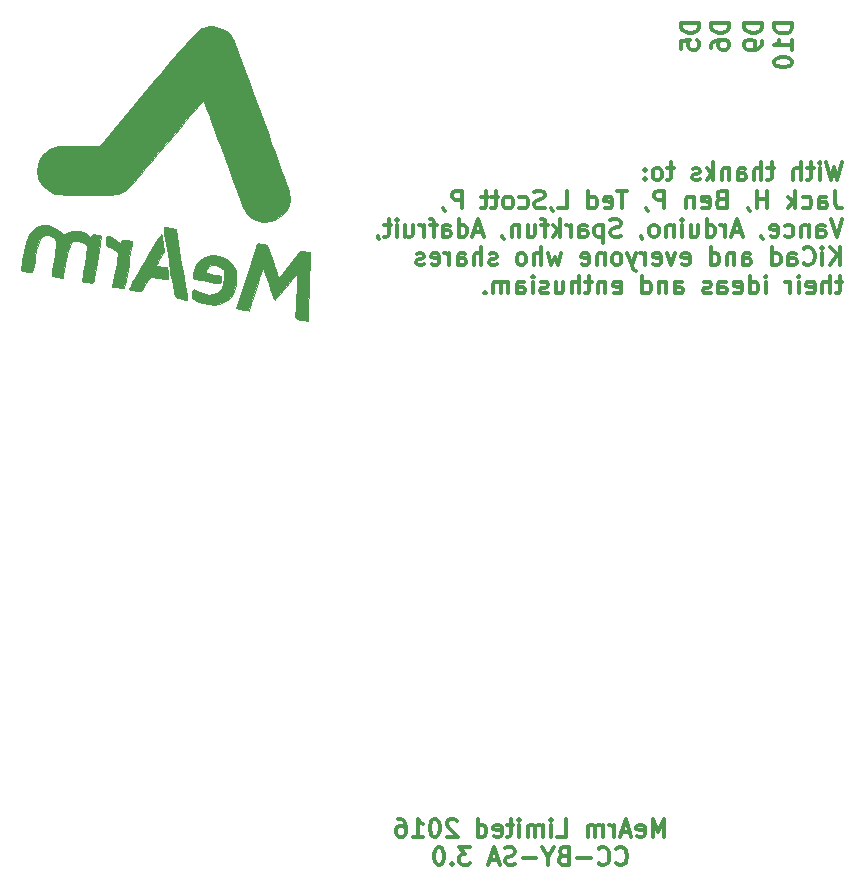
<source format=gbo>
G04 #@! TF.FileFunction,Legend,Bot*
%FSLAX46Y46*%
G04 Gerber Fmt 4.6, Leading zero omitted, Abs format (unit mm)*
G04 Created by KiCad (PCBNEW (2015-01-16 BZR 5376)-product) date 3/31/2016 11:59:57 AM*
%MOMM*%
G01*
G04 APERTURE LIST*
%ADD10C,0.100000*%
%ADD11C,0.300000*%
%ADD12C,2.000000*%
%ADD13R,2.000000X2.000000*%
%ADD14R,2.032000X1.727200*%
%ADD15O,2.032000X1.727200*%
%ADD16R,1.574800X2.286000*%
%ADD17O,1.574800X2.286000*%
%ADD18C,0.300000*%
%ADD19R,1.727200X1.727200*%
%ADD20O,1.727200X1.727200*%
%ADD21C,4.800600*%
%ADD22R,4.800600X4.800600*%
%ADD23C,3.000000*%
G04 APERTURE END LIST*
D10*
D11*
X161816427Y-151878571D02*
X161816427Y-150378571D01*
X161316427Y-151450000D01*
X160816427Y-150378571D01*
X160816427Y-151878571D01*
X159530713Y-151807143D02*
X159673570Y-151878571D01*
X159959284Y-151878571D01*
X160102141Y-151807143D01*
X160173570Y-151664286D01*
X160173570Y-151092857D01*
X160102141Y-150950000D01*
X159959284Y-150878571D01*
X159673570Y-150878571D01*
X159530713Y-150950000D01*
X159459284Y-151092857D01*
X159459284Y-151235714D01*
X160173570Y-151378571D01*
X158887856Y-151450000D02*
X158173570Y-151450000D01*
X159030713Y-151878571D02*
X158530713Y-150378571D01*
X158030713Y-151878571D01*
X157530713Y-151878571D02*
X157530713Y-150878571D01*
X157530713Y-151164286D02*
X157459285Y-151021429D01*
X157387856Y-150950000D01*
X157244999Y-150878571D01*
X157102142Y-150878571D01*
X156602142Y-151878571D02*
X156602142Y-150878571D01*
X156602142Y-151021429D02*
X156530714Y-150950000D01*
X156387856Y-150878571D01*
X156173571Y-150878571D01*
X156030714Y-150950000D01*
X155959285Y-151092857D01*
X155959285Y-151878571D01*
X155959285Y-151092857D02*
X155887856Y-150950000D01*
X155744999Y-150878571D01*
X155530714Y-150878571D01*
X155387856Y-150950000D01*
X155316428Y-151092857D01*
X155316428Y-151878571D01*
X152744999Y-151878571D02*
X153459285Y-151878571D01*
X153459285Y-150378571D01*
X152244999Y-151878571D02*
X152244999Y-150878571D01*
X152244999Y-150378571D02*
X152316428Y-150450000D01*
X152244999Y-150521429D01*
X152173571Y-150450000D01*
X152244999Y-150378571D01*
X152244999Y-150521429D01*
X151530713Y-151878571D02*
X151530713Y-150878571D01*
X151530713Y-151021429D02*
X151459285Y-150950000D01*
X151316427Y-150878571D01*
X151102142Y-150878571D01*
X150959285Y-150950000D01*
X150887856Y-151092857D01*
X150887856Y-151878571D01*
X150887856Y-151092857D02*
X150816427Y-150950000D01*
X150673570Y-150878571D01*
X150459285Y-150878571D01*
X150316427Y-150950000D01*
X150244999Y-151092857D01*
X150244999Y-151878571D01*
X149530713Y-151878571D02*
X149530713Y-150878571D01*
X149530713Y-150378571D02*
X149602142Y-150450000D01*
X149530713Y-150521429D01*
X149459285Y-150450000D01*
X149530713Y-150378571D01*
X149530713Y-150521429D01*
X149030713Y-150878571D02*
X148459284Y-150878571D01*
X148816427Y-150378571D02*
X148816427Y-151664286D01*
X148744999Y-151807143D01*
X148602141Y-151878571D01*
X148459284Y-151878571D01*
X147387856Y-151807143D02*
X147530713Y-151878571D01*
X147816427Y-151878571D01*
X147959284Y-151807143D01*
X148030713Y-151664286D01*
X148030713Y-151092857D01*
X147959284Y-150950000D01*
X147816427Y-150878571D01*
X147530713Y-150878571D01*
X147387856Y-150950000D01*
X147316427Y-151092857D01*
X147316427Y-151235714D01*
X148030713Y-151378571D01*
X146030713Y-151878571D02*
X146030713Y-150378571D01*
X146030713Y-151807143D02*
X146173570Y-151878571D01*
X146459284Y-151878571D01*
X146602142Y-151807143D01*
X146673570Y-151735714D01*
X146744999Y-151592857D01*
X146744999Y-151164286D01*
X146673570Y-151021429D01*
X146602142Y-150950000D01*
X146459284Y-150878571D01*
X146173570Y-150878571D01*
X146030713Y-150950000D01*
X144244999Y-150521429D02*
X144173570Y-150450000D01*
X144030713Y-150378571D01*
X143673570Y-150378571D01*
X143530713Y-150450000D01*
X143459284Y-150521429D01*
X143387856Y-150664286D01*
X143387856Y-150807143D01*
X143459284Y-151021429D01*
X144316427Y-151878571D01*
X143387856Y-151878571D01*
X142459285Y-150378571D02*
X142316428Y-150378571D01*
X142173571Y-150450000D01*
X142102142Y-150521429D01*
X142030713Y-150664286D01*
X141959285Y-150950000D01*
X141959285Y-151307143D01*
X142030713Y-151592857D01*
X142102142Y-151735714D01*
X142173571Y-151807143D01*
X142316428Y-151878571D01*
X142459285Y-151878571D01*
X142602142Y-151807143D01*
X142673571Y-151735714D01*
X142744999Y-151592857D01*
X142816428Y-151307143D01*
X142816428Y-150950000D01*
X142744999Y-150664286D01*
X142673571Y-150521429D01*
X142602142Y-150450000D01*
X142459285Y-150378571D01*
X140530714Y-151878571D02*
X141387857Y-151878571D01*
X140959285Y-151878571D02*
X140959285Y-150378571D01*
X141102142Y-150592857D01*
X141245000Y-150735714D01*
X141387857Y-150807143D01*
X139245000Y-150378571D02*
X139530714Y-150378571D01*
X139673571Y-150450000D01*
X139745000Y-150521429D01*
X139887857Y-150735714D01*
X139959286Y-151021429D01*
X139959286Y-151592857D01*
X139887857Y-151735714D01*
X139816429Y-151807143D01*
X139673571Y-151878571D01*
X139387857Y-151878571D01*
X139245000Y-151807143D01*
X139173571Y-151735714D01*
X139102143Y-151592857D01*
X139102143Y-151235714D01*
X139173571Y-151092857D01*
X139245000Y-151021429D01*
X139387857Y-150950000D01*
X139673571Y-150950000D01*
X139816429Y-151021429D01*
X139887857Y-151092857D01*
X139959286Y-151235714D01*
X157744999Y-154135714D02*
X157816428Y-154207143D01*
X158030714Y-154278571D01*
X158173571Y-154278571D01*
X158387856Y-154207143D01*
X158530714Y-154064286D01*
X158602142Y-153921429D01*
X158673571Y-153635714D01*
X158673571Y-153421429D01*
X158602142Y-153135714D01*
X158530714Y-152992857D01*
X158387856Y-152850000D01*
X158173571Y-152778571D01*
X158030714Y-152778571D01*
X157816428Y-152850000D01*
X157744999Y-152921429D01*
X156244999Y-154135714D02*
X156316428Y-154207143D01*
X156530714Y-154278571D01*
X156673571Y-154278571D01*
X156887856Y-154207143D01*
X157030714Y-154064286D01*
X157102142Y-153921429D01*
X157173571Y-153635714D01*
X157173571Y-153421429D01*
X157102142Y-153135714D01*
X157030714Y-152992857D01*
X156887856Y-152850000D01*
X156673571Y-152778571D01*
X156530714Y-152778571D01*
X156316428Y-152850000D01*
X156244999Y-152921429D01*
X155602142Y-153707143D02*
X154459285Y-153707143D01*
X153244999Y-153492857D02*
X153030713Y-153564286D01*
X152959285Y-153635714D01*
X152887856Y-153778571D01*
X152887856Y-153992857D01*
X152959285Y-154135714D01*
X153030713Y-154207143D01*
X153173571Y-154278571D01*
X153744999Y-154278571D01*
X153744999Y-152778571D01*
X153244999Y-152778571D01*
X153102142Y-152850000D01*
X153030713Y-152921429D01*
X152959285Y-153064286D01*
X152959285Y-153207143D01*
X153030713Y-153350000D01*
X153102142Y-153421429D01*
X153244999Y-153492857D01*
X153744999Y-153492857D01*
X151959285Y-153564286D02*
X151959285Y-154278571D01*
X152459285Y-152778571D02*
X151959285Y-153564286D01*
X151459285Y-152778571D01*
X150959285Y-153707143D02*
X149816428Y-153707143D01*
X149173571Y-154207143D02*
X148959285Y-154278571D01*
X148602142Y-154278571D01*
X148459285Y-154207143D01*
X148387856Y-154135714D01*
X148316428Y-153992857D01*
X148316428Y-153850000D01*
X148387856Y-153707143D01*
X148459285Y-153635714D01*
X148602142Y-153564286D01*
X148887856Y-153492857D01*
X149030714Y-153421429D01*
X149102142Y-153350000D01*
X149173571Y-153207143D01*
X149173571Y-153064286D01*
X149102142Y-152921429D01*
X149030714Y-152850000D01*
X148887856Y-152778571D01*
X148530714Y-152778571D01*
X148316428Y-152850000D01*
X147745000Y-153850000D02*
X147030714Y-153850000D01*
X147887857Y-154278571D02*
X147387857Y-152778571D01*
X146887857Y-154278571D01*
X145387857Y-152778571D02*
X144459286Y-152778571D01*
X144959286Y-153350000D01*
X144745000Y-153350000D01*
X144602143Y-153421429D01*
X144530714Y-153492857D01*
X144459286Y-153635714D01*
X144459286Y-153992857D01*
X144530714Y-154135714D01*
X144602143Y-154207143D01*
X144745000Y-154278571D01*
X145173572Y-154278571D01*
X145316429Y-154207143D01*
X145387857Y-154135714D01*
X143816429Y-154135714D02*
X143745001Y-154207143D01*
X143816429Y-154278571D01*
X143887858Y-154207143D01*
X143816429Y-154135714D01*
X143816429Y-154278571D01*
X142816429Y-152778571D02*
X142673572Y-152778571D01*
X142530715Y-152850000D01*
X142459286Y-152921429D01*
X142387857Y-153064286D01*
X142316429Y-153350000D01*
X142316429Y-153707143D01*
X142387857Y-153992857D01*
X142459286Y-154135714D01*
X142530715Y-154207143D01*
X142673572Y-154278571D01*
X142816429Y-154278571D01*
X142959286Y-154207143D01*
X143030715Y-154135714D01*
X143102143Y-153992857D01*
X143173572Y-153707143D01*
X143173572Y-153350000D01*
X143102143Y-153064286D01*
X143030715Y-152921429D01*
X142959286Y-152850000D01*
X142816429Y-152778571D01*
X176823714Y-94778571D02*
X176466571Y-96278571D01*
X176180857Y-95207143D01*
X175895143Y-96278571D01*
X175538000Y-94778571D01*
X174966571Y-96278571D02*
X174966571Y-95278571D01*
X174966571Y-94778571D02*
X175038000Y-94850000D01*
X174966571Y-94921429D01*
X174895143Y-94850000D01*
X174966571Y-94778571D01*
X174966571Y-94921429D01*
X174466571Y-95278571D02*
X173895142Y-95278571D01*
X174252285Y-94778571D02*
X174252285Y-96064286D01*
X174180857Y-96207143D01*
X174037999Y-96278571D01*
X173895142Y-96278571D01*
X173395142Y-96278571D02*
X173395142Y-94778571D01*
X172752285Y-96278571D02*
X172752285Y-95492857D01*
X172823714Y-95350000D01*
X172966571Y-95278571D01*
X173180856Y-95278571D01*
X173323714Y-95350000D01*
X173395142Y-95421429D01*
X171109428Y-95278571D02*
X170537999Y-95278571D01*
X170895142Y-94778571D02*
X170895142Y-96064286D01*
X170823714Y-96207143D01*
X170680856Y-96278571D01*
X170537999Y-96278571D01*
X170037999Y-96278571D02*
X170037999Y-94778571D01*
X169395142Y-96278571D02*
X169395142Y-95492857D01*
X169466571Y-95350000D01*
X169609428Y-95278571D01*
X169823713Y-95278571D01*
X169966571Y-95350000D01*
X170037999Y-95421429D01*
X168037999Y-96278571D02*
X168037999Y-95492857D01*
X168109428Y-95350000D01*
X168252285Y-95278571D01*
X168537999Y-95278571D01*
X168680856Y-95350000D01*
X168037999Y-96207143D02*
X168180856Y-96278571D01*
X168537999Y-96278571D01*
X168680856Y-96207143D01*
X168752285Y-96064286D01*
X168752285Y-95921429D01*
X168680856Y-95778571D01*
X168537999Y-95707143D01*
X168180856Y-95707143D01*
X168037999Y-95635714D01*
X167323713Y-95278571D02*
X167323713Y-96278571D01*
X167323713Y-95421429D02*
X167252285Y-95350000D01*
X167109427Y-95278571D01*
X166895142Y-95278571D01*
X166752285Y-95350000D01*
X166680856Y-95492857D01*
X166680856Y-96278571D01*
X165966570Y-96278571D02*
X165966570Y-94778571D01*
X165823713Y-95707143D02*
X165395142Y-96278571D01*
X165395142Y-95278571D02*
X165966570Y-95850000D01*
X164823713Y-96207143D02*
X164680856Y-96278571D01*
X164395141Y-96278571D01*
X164252284Y-96207143D01*
X164180856Y-96064286D01*
X164180856Y-95992857D01*
X164252284Y-95850000D01*
X164395141Y-95778571D01*
X164609427Y-95778571D01*
X164752284Y-95707143D01*
X164823713Y-95564286D01*
X164823713Y-95492857D01*
X164752284Y-95350000D01*
X164609427Y-95278571D01*
X164395141Y-95278571D01*
X164252284Y-95350000D01*
X162609427Y-95278571D02*
X162037998Y-95278571D01*
X162395141Y-94778571D02*
X162395141Y-96064286D01*
X162323713Y-96207143D01*
X162180855Y-96278571D01*
X162037998Y-96278571D01*
X161323712Y-96278571D02*
X161466570Y-96207143D01*
X161537998Y-96135714D01*
X161609427Y-95992857D01*
X161609427Y-95564286D01*
X161537998Y-95421429D01*
X161466570Y-95350000D01*
X161323712Y-95278571D01*
X161109427Y-95278571D01*
X160966570Y-95350000D01*
X160895141Y-95421429D01*
X160823712Y-95564286D01*
X160823712Y-95992857D01*
X160895141Y-96135714D01*
X160966570Y-96207143D01*
X161109427Y-96278571D01*
X161323712Y-96278571D01*
X160180855Y-96135714D02*
X160109427Y-96207143D01*
X160180855Y-96278571D01*
X160252284Y-96207143D01*
X160180855Y-96135714D01*
X160180855Y-96278571D01*
X160180855Y-95350000D02*
X160109427Y-95421429D01*
X160180855Y-95492857D01*
X160252284Y-95421429D01*
X160180855Y-95350000D01*
X160180855Y-95492857D01*
X176252286Y-97178571D02*
X176252286Y-98250000D01*
X176323714Y-98464286D01*
X176466571Y-98607143D01*
X176680857Y-98678571D01*
X176823714Y-98678571D01*
X174895143Y-98678571D02*
X174895143Y-97892857D01*
X174966572Y-97750000D01*
X175109429Y-97678571D01*
X175395143Y-97678571D01*
X175538000Y-97750000D01*
X174895143Y-98607143D02*
X175038000Y-98678571D01*
X175395143Y-98678571D01*
X175538000Y-98607143D01*
X175609429Y-98464286D01*
X175609429Y-98321429D01*
X175538000Y-98178571D01*
X175395143Y-98107143D01*
X175038000Y-98107143D01*
X174895143Y-98035714D01*
X173538000Y-98607143D02*
X173680857Y-98678571D01*
X173966571Y-98678571D01*
X174109429Y-98607143D01*
X174180857Y-98535714D01*
X174252286Y-98392857D01*
X174252286Y-97964286D01*
X174180857Y-97821429D01*
X174109429Y-97750000D01*
X173966571Y-97678571D01*
X173680857Y-97678571D01*
X173538000Y-97750000D01*
X172895143Y-98678571D02*
X172895143Y-97178571D01*
X172752286Y-98107143D02*
X172323715Y-98678571D01*
X172323715Y-97678571D02*
X172895143Y-98250000D01*
X170538000Y-98678571D02*
X170538000Y-97178571D01*
X170538000Y-97892857D02*
X169680857Y-97892857D01*
X169680857Y-98678571D02*
X169680857Y-97178571D01*
X168895143Y-98607143D02*
X168895143Y-98678571D01*
X168966571Y-98821429D01*
X169038000Y-98892857D01*
X166609428Y-97892857D02*
X166395142Y-97964286D01*
X166323714Y-98035714D01*
X166252285Y-98178571D01*
X166252285Y-98392857D01*
X166323714Y-98535714D01*
X166395142Y-98607143D01*
X166538000Y-98678571D01*
X167109428Y-98678571D01*
X167109428Y-97178571D01*
X166609428Y-97178571D01*
X166466571Y-97250000D01*
X166395142Y-97321429D01*
X166323714Y-97464286D01*
X166323714Y-97607143D01*
X166395142Y-97750000D01*
X166466571Y-97821429D01*
X166609428Y-97892857D01*
X167109428Y-97892857D01*
X165038000Y-98607143D02*
X165180857Y-98678571D01*
X165466571Y-98678571D01*
X165609428Y-98607143D01*
X165680857Y-98464286D01*
X165680857Y-97892857D01*
X165609428Y-97750000D01*
X165466571Y-97678571D01*
X165180857Y-97678571D01*
X165038000Y-97750000D01*
X164966571Y-97892857D01*
X164966571Y-98035714D01*
X165680857Y-98178571D01*
X164323714Y-97678571D02*
X164323714Y-98678571D01*
X164323714Y-97821429D02*
X164252286Y-97750000D01*
X164109428Y-97678571D01*
X163895143Y-97678571D01*
X163752286Y-97750000D01*
X163680857Y-97892857D01*
X163680857Y-98678571D01*
X161823714Y-98678571D02*
X161823714Y-97178571D01*
X161252286Y-97178571D01*
X161109428Y-97250000D01*
X161038000Y-97321429D01*
X160966571Y-97464286D01*
X160966571Y-97678571D01*
X161038000Y-97821429D01*
X161109428Y-97892857D01*
X161252286Y-97964286D01*
X161823714Y-97964286D01*
X160252286Y-98607143D02*
X160252286Y-98678571D01*
X160323714Y-98821429D01*
X160395143Y-98892857D01*
X158680857Y-97178571D02*
X157823714Y-97178571D01*
X158252285Y-98678571D02*
X158252285Y-97178571D01*
X156752286Y-98607143D02*
X156895143Y-98678571D01*
X157180857Y-98678571D01*
X157323714Y-98607143D01*
X157395143Y-98464286D01*
X157395143Y-97892857D01*
X157323714Y-97750000D01*
X157180857Y-97678571D01*
X156895143Y-97678571D01*
X156752286Y-97750000D01*
X156680857Y-97892857D01*
X156680857Y-98035714D01*
X157395143Y-98178571D01*
X155395143Y-98678571D02*
X155395143Y-97178571D01*
X155395143Y-98607143D02*
X155538000Y-98678571D01*
X155823714Y-98678571D01*
X155966572Y-98607143D01*
X156038000Y-98535714D01*
X156109429Y-98392857D01*
X156109429Y-97964286D01*
X156038000Y-97821429D01*
X155966572Y-97750000D01*
X155823714Y-97678571D01*
X155538000Y-97678571D01*
X155395143Y-97750000D01*
X152823714Y-98678571D02*
X153538000Y-98678571D01*
X153538000Y-97178571D01*
X152252286Y-98607143D02*
X152252286Y-98678571D01*
X152323714Y-98821429D01*
X152395143Y-98892857D01*
X151680857Y-98607143D02*
X151466571Y-98678571D01*
X151109428Y-98678571D01*
X150966571Y-98607143D01*
X150895142Y-98535714D01*
X150823714Y-98392857D01*
X150823714Y-98250000D01*
X150895142Y-98107143D01*
X150966571Y-98035714D01*
X151109428Y-97964286D01*
X151395142Y-97892857D01*
X151538000Y-97821429D01*
X151609428Y-97750000D01*
X151680857Y-97607143D01*
X151680857Y-97464286D01*
X151609428Y-97321429D01*
X151538000Y-97250000D01*
X151395142Y-97178571D01*
X151038000Y-97178571D01*
X150823714Y-97250000D01*
X149538000Y-98607143D02*
X149680857Y-98678571D01*
X149966571Y-98678571D01*
X150109429Y-98607143D01*
X150180857Y-98535714D01*
X150252286Y-98392857D01*
X150252286Y-97964286D01*
X150180857Y-97821429D01*
X150109429Y-97750000D01*
X149966571Y-97678571D01*
X149680857Y-97678571D01*
X149538000Y-97750000D01*
X148680857Y-98678571D02*
X148823715Y-98607143D01*
X148895143Y-98535714D01*
X148966572Y-98392857D01*
X148966572Y-97964286D01*
X148895143Y-97821429D01*
X148823715Y-97750000D01*
X148680857Y-97678571D01*
X148466572Y-97678571D01*
X148323715Y-97750000D01*
X148252286Y-97821429D01*
X148180857Y-97964286D01*
X148180857Y-98392857D01*
X148252286Y-98535714D01*
X148323715Y-98607143D01*
X148466572Y-98678571D01*
X148680857Y-98678571D01*
X147752286Y-97678571D02*
X147180857Y-97678571D01*
X147538000Y-97178571D02*
X147538000Y-98464286D01*
X147466572Y-98607143D01*
X147323714Y-98678571D01*
X147180857Y-98678571D01*
X146895143Y-97678571D02*
X146323714Y-97678571D01*
X146680857Y-97178571D02*
X146680857Y-98464286D01*
X146609429Y-98607143D01*
X146466571Y-98678571D01*
X146323714Y-98678571D01*
X144680857Y-98678571D02*
X144680857Y-97178571D01*
X144109429Y-97178571D01*
X143966571Y-97250000D01*
X143895143Y-97321429D01*
X143823714Y-97464286D01*
X143823714Y-97678571D01*
X143895143Y-97821429D01*
X143966571Y-97892857D01*
X144109429Y-97964286D01*
X144680857Y-97964286D01*
X143109429Y-98607143D02*
X143109429Y-98678571D01*
X143180857Y-98821429D01*
X143252286Y-98892857D01*
X176895143Y-99578571D02*
X176395143Y-101078571D01*
X175895143Y-99578571D01*
X174752286Y-101078571D02*
X174752286Y-100292857D01*
X174823715Y-100150000D01*
X174966572Y-100078571D01*
X175252286Y-100078571D01*
X175395143Y-100150000D01*
X174752286Y-101007143D02*
X174895143Y-101078571D01*
X175252286Y-101078571D01*
X175395143Y-101007143D01*
X175466572Y-100864286D01*
X175466572Y-100721429D01*
X175395143Y-100578571D01*
X175252286Y-100507143D01*
X174895143Y-100507143D01*
X174752286Y-100435714D01*
X174038000Y-100078571D02*
X174038000Y-101078571D01*
X174038000Y-100221429D02*
X173966572Y-100150000D01*
X173823714Y-100078571D01*
X173609429Y-100078571D01*
X173466572Y-100150000D01*
X173395143Y-100292857D01*
X173395143Y-101078571D01*
X172038000Y-101007143D02*
X172180857Y-101078571D01*
X172466571Y-101078571D01*
X172609429Y-101007143D01*
X172680857Y-100935714D01*
X172752286Y-100792857D01*
X172752286Y-100364286D01*
X172680857Y-100221429D01*
X172609429Y-100150000D01*
X172466571Y-100078571D01*
X172180857Y-100078571D01*
X172038000Y-100150000D01*
X170823715Y-101007143D02*
X170966572Y-101078571D01*
X171252286Y-101078571D01*
X171395143Y-101007143D01*
X171466572Y-100864286D01*
X171466572Y-100292857D01*
X171395143Y-100150000D01*
X171252286Y-100078571D01*
X170966572Y-100078571D01*
X170823715Y-100150000D01*
X170752286Y-100292857D01*
X170752286Y-100435714D01*
X171466572Y-100578571D01*
X170038001Y-101007143D02*
X170038001Y-101078571D01*
X170109429Y-101221429D01*
X170180858Y-101292857D01*
X168323715Y-100650000D02*
X167609429Y-100650000D01*
X168466572Y-101078571D02*
X167966572Y-99578571D01*
X167466572Y-101078571D01*
X166966572Y-101078571D02*
X166966572Y-100078571D01*
X166966572Y-100364286D02*
X166895144Y-100221429D01*
X166823715Y-100150000D01*
X166680858Y-100078571D01*
X166538001Y-100078571D01*
X165395144Y-101078571D02*
X165395144Y-99578571D01*
X165395144Y-101007143D02*
X165538001Y-101078571D01*
X165823715Y-101078571D01*
X165966573Y-101007143D01*
X166038001Y-100935714D01*
X166109430Y-100792857D01*
X166109430Y-100364286D01*
X166038001Y-100221429D01*
X165966573Y-100150000D01*
X165823715Y-100078571D01*
X165538001Y-100078571D01*
X165395144Y-100150000D01*
X164038001Y-100078571D02*
X164038001Y-101078571D01*
X164680858Y-100078571D02*
X164680858Y-100864286D01*
X164609430Y-101007143D01*
X164466572Y-101078571D01*
X164252287Y-101078571D01*
X164109430Y-101007143D01*
X164038001Y-100935714D01*
X163323715Y-101078571D02*
X163323715Y-100078571D01*
X163323715Y-99578571D02*
X163395144Y-99650000D01*
X163323715Y-99721429D01*
X163252287Y-99650000D01*
X163323715Y-99578571D01*
X163323715Y-99721429D01*
X162609429Y-100078571D02*
X162609429Y-101078571D01*
X162609429Y-100221429D02*
X162538001Y-100150000D01*
X162395143Y-100078571D01*
X162180858Y-100078571D01*
X162038001Y-100150000D01*
X161966572Y-100292857D01*
X161966572Y-101078571D01*
X161038000Y-101078571D02*
X161180858Y-101007143D01*
X161252286Y-100935714D01*
X161323715Y-100792857D01*
X161323715Y-100364286D01*
X161252286Y-100221429D01*
X161180858Y-100150000D01*
X161038000Y-100078571D01*
X160823715Y-100078571D01*
X160680858Y-100150000D01*
X160609429Y-100221429D01*
X160538000Y-100364286D01*
X160538000Y-100792857D01*
X160609429Y-100935714D01*
X160680858Y-101007143D01*
X160823715Y-101078571D01*
X161038000Y-101078571D01*
X159823715Y-101007143D02*
X159823715Y-101078571D01*
X159895143Y-101221429D01*
X159966572Y-101292857D01*
X158109429Y-101007143D02*
X157895143Y-101078571D01*
X157538000Y-101078571D01*
X157395143Y-101007143D01*
X157323714Y-100935714D01*
X157252286Y-100792857D01*
X157252286Y-100650000D01*
X157323714Y-100507143D01*
X157395143Y-100435714D01*
X157538000Y-100364286D01*
X157823714Y-100292857D01*
X157966572Y-100221429D01*
X158038000Y-100150000D01*
X158109429Y-100007143D01*
X158109429Y-99864286D01*
X158038000Y-99721429D01*
X157966572Y-99650000D01*
X157823714Y-99578571D01*
X157466572Y-99578571D01*
X157252286Y-99650000D01*
X156609429Y-100078571D02*
X156609429Y-101578571D01*
X156609429Y-100150000D02*
X156466572Y-100078571D01*
X156180858Y-100078571D01*
X156038001Y-100150000D01*
X155966572Y-100221429D01*
X155895143Y-100364286D01*
X155895143Y-100792857D01*
X155966572Y-100935714D01*
X156038001Y-101007143D01*
X156180858Y-101078571D01*
X156466572Y-101078571D01*
X156609429Y-101007143D01*
X154609429Y-101078571D02*
X154609429Y-100292857D01*
X154680858Y-100150000D01*
X154823715Y-100078571D01*
X155109429Y-100078571D01*
X155252286Y-100150000D01*
X154609429Y-101007143D02*
X154752286Y-101078571D01*
X155109429Y-101078571D01*
X155252286Y-101007143D01*
X155323715Y-100864286D01*
X155323715Y-100721429D01*
X155252286Y-100578571D01*
X155109429Y-100507143D01*
X154752286Y-100507143D01*
X154609429Y-100435714D01*
X153895143Y-101078571D02*
X153895143Y-100078571D01*
X153895143Y-100364286D02*
X153823715Y-100221429D01*
X153752286Y-100150000D01*
X153609429Y-100078571D01*
X153466572Y-100078571D01*
X152966572Y-101078571D02*
X152966572Y-99578571D01*
X152823715Y-100507143D02*
X152395144Y-101078571D01*
X152395144Y-100078571D02*
X152966572Y-100650000D01*
X151966572Y-100078571D02*
X151395143Y-100078571D01*
X151752286Y-101078571D02*
X151752286Y-99792857D01*
X151680858Y-99650000D01*
X151538000Y-99578571D01*
X151395143Y-99578571D01*
X150252286Y-100078571D02*
X150252286Y-101078571D01*
X150895143Y-100078571D02*
X150895143Y-100864286D01*
X150823715Y-101007143D01*
X150680857Y-101078571D01*
X150466572Y-101078571D01*
X150323715Y-101007143D01*
X150252286Y-100935714D01*
X149538000Y-100078571D02*
X149538000Y-101078571D01*
X149538000Y-100221429D02*
X149466572Y-100150000D01*
X149323714Y-100078571D01*
X149109429Y-100078571D01*
X148966572Y-100150000D01*
X148895143Y-100292857D01*
X148895143Y-101078571D01*
X148109429Y-101007143D02*
X148109429Y-101078571D01*
X148180857Y-101221429D01*
X148252286Y-101292857D01*
X146395143Y-100650000D02*
X145680857Y-100650000D01*
X146538000Y-101078571D02*
X146038000Y-99578571D01*
X145538000Y-101078571D01*
X144395143Y-101078571D02*
X144395143Y-99578571D01*
X144395143Y-101007143D02*
X144538000Y-101078571D01*
X144823714Y-101078571D01*
X144966572Y-101007143D01*
X145038000Y-100935714D01*
X145109429Y-100792857D01*
X145109429Y-100364286D01*
X145038000Y-100221429D01*
X144966572Y-100150000D01*
X144823714Y-100078571D01*
X144538000Y-100078571D01*
X144395143Y-100150000D01*
X143038000Y-101078571D02*
X143038000Y-100292857D01*
X143109429Y-100150000D01*
X143252286Y-100078571D01*
X143538000Y-100078571D01*
X143680857Y-100150000D01*
X143038000Y-101007143D02*
X143180857Y-101078571D01*
X143538000Y-101078571D01*
X143680857Y-101007143D01*
X143752286Y-100864286D01*
X143752286Y-100721429D01*
X143680857Y-100578571D01*
X143538000Y-100507143D01*
X143180857Y-100507143D01*
X143038000Y-100435714D01*
X142538000Y-100078571D02*
X141966571Y-100078571D01*
X142323714Y-101078571D02*
X142323714Y-99792857D01*
X142252286Y-99650000D01*
X142109428Y-99578571D01*
X141966571Y-99578571D01*
X141466571Y-101078571D02*
X141466571Y-100078571D01*
X141466571Y-100364286D02*
X141395143Y-100221429D01*
X141323714Y-100150000D01*
X141180857Y-100078571D01*
X141038000Y-100078571D01*
X139895143Y-100078571D02*
X139895143Y-101078571D01*
X140538000Y-100078571D02*
X140538000Y-100864286D01*
X140466572Y-101007143D01*
X140323714Y-101078571D01*
X140109429Y-101078571D01*
X139966572Y-101007143D01*
X139895143Y-100935714D01*
X139180857Y-101078571D02*
X139180857Y-100078571D01*
X139180857Y-99578571D02*
X139252286Y-99650000D01*
X139180857Y-99721429D01*
X139109429Y-99650000D01*
X139180857Y-99578571D01*
X139180857Y-99721429D01*
X138680857Y-100078571D02*
X138109428Y-100078571D01*
X138466571Y-99578571D02*
X138466571Y-100864286D01*
X138395143Y-101007143D01*
X138252285Y-101078571D01*
X138109428Y-101078571D01*
X137538000Y-101007143D02*
X137538000Y-101078571D01*
X137609428Y-101221429D01*
X137680857Y-101292857D01*
X176680857Y-103478571D02*
X176680857Y-101978571D01*
X175823714Y-103478571D02*
X176466571Y-102621429D01*
X175823714Y-101978571D02*
X176680857Y-102835714D01*
X175180857Y-103478571D02*
X175180857Y-102478571D01*
X175180857Y-101978571D02*
X175252286Y-102050000D01*
X175180857Y-102121429D01*
X175109429Y-102050000D01*
X175180857Y-101978571D01*
X175180857Y-102121429D01*
X173609428Y-103335714D02*
X173680857Y-103407143D01*
X173895143Y-103478571D01*
X174038000Y-103478571D01*
X174252285Y-103407143D01*
X174395143Y-103264286D01*
X174466571Y-103121429D01*
X174538000Y-102835714D01*
X174538000Y-102621429D01*
X174466571Y-102335714D01*
X174395143Y-102192857D01*
X174252285Y-102050000D01*
X174038000Y-101978571D01*
X173895143Y-101978571D01*
X173680857Y-102050000D01*
X173609428Y-102121429D01*
X172323714Y-103478571D02*
X172323714Y-102692857D01*
X172395143Y-102550000D01*
X172538000Y-102478571D01*
X172823714Y-102478571D01*
X172966571Y-102550000D01*
X172323714Y-103407143D02*
X172466571Y-103478571D01*
X172823714Y-103478571D01*
X172966571Y-103407143D01*
X173038000Y-103264286D01*
X173038000Y-103121429D01*
X172966571Y-102978571D01*
X172823714Y-102907143D01*
X172466571Y-102907143D01*
X172323714Y-102835714D01*
X170966571Y-103478571D02*
X170966571Y-101978571D01*
X170966571Y-103407143D02*
X171109428Y-103478571D01*
X171395142Y-103478571D01*
X171538000Y-103407143D01*
X171609428Y-103335714D01*
X171680857Y-103192857D01*
X171680857Y-102764286D01*
X171609428Y-102621429D01*
X171538000Y-102550000D01*
X171395142Y-102478571D01*
X171109428Y-102478571D01*
X170966571Y-102550000D01*
X168466571Y-103478571D02*
X168466571Y-102692857D01*
X168538000Y-102550000D01*
X168680857Y-102478571D01*
X168966571Y-102478571D01*
X169109428Y-102550000D01*
X168466571Y-103407143D02*
X168609428Y-103478571D01*
X168966571Y-103478571D01*
X169109428Y-103407143D01*
X169180857Y-103264286D01*
X169180857Y-103121429D01*
X169109428Y-102978571D01*
X168966571Y-102907143D01*
X168609428Y-102907143D01*
X168466571Y-102835714D01*
X167752285Y-102478571D02*
X167752285Y-103478571D01*
X167752285Y-102621429D02*
X167680857Y-102550000D01*
X167537999Y-102478571D01*
X167323714Y-102478571D01*
X167180857Y-102550000D01*
X167109428Y-102692857D01*
X167109428Y-103478571D01*
X165752285Y-103478571D02*
X165752285Y-101978571D01*
X165752285Y-103407143D02*
X165895142Y-103478571D01*
X166180856Y-103478571D01*
X166323714Y-103407143D01*
X166395142Y-103335714D01*
X166466571Y-103192857D01*
X166466571Y-102764286D01*
X166395142Y-102621429D01*
X166323714Y-102550000D01*
X166180856Y-102478571D01*
X165895142Y-102478571D01*
X165752285Y-102550000D01*
X163323714Y-103407143D02*
X163466571Y-103478571D01*
X163752285Y-103478571D01*
X163895142Y-103407143D01*
X163966571Y-103264286D01*
X163966571Y-102692857D01*
X163895142Y-102550000D01*
X163752285Y-102478571D01*
X163466571Y-102478571D01*
X163323714Y-102550000D01*
X163252285Y-102692857D01*
X163252285Y-102835714D01*
X163966571Y-102978571D01*
X162752285Y-102478571D02*
X162395142Y-103478571D01*
X162038000Y-102478571D01*
X160895143Y-103407143D02*
X161038000Y-103478571D01*
X161323714Y-103478571D01*
X161466571Y-103407143D01*
X161538000Y-103264286D01*
X161538000Y-102692857D01*
X161466571Y-102550000D01*
X161323714Y-102478571D01*
X161038000Y-102478571D01*
X160895143Y-102550000D01*
X160823714Y-102692857D01*
X160823714Y-102835714D01*
X161538000Y-102978571D01*
X160180857Y-103478571D02*
X160180857Y-102478571D01*
X160180857Y-102764286D02*
X160109429Y-102621429D01*
X160038000Y-102550000D01*
X159895143Y-102478571D01*
X159752286Y-102478571D01*
X159395143Y-102478571D02*
X159038000Y-103478571D01*
X158680858Y-102478571D02*
X159038000Y-103478571D01*
X159180858Y-103835714D01*
X159252286Y-103907143D01*
X159395143Y-103978571D01*
X157895143Y-103478571D02*
X158038001Y-103407143D01*
X158109429Y-103335714D01*
X158180858Y-103192857D01*
X158180858Y-102764286D01*
X158109429Y-102621429D01*
X158038001Y-102550000D01*
X157895143Y-102478571D01*
X157680858Y-102478571D01*
X157538001Y-102550000D01*
X157466572Y-102621429D01*
X157395143Y-102764286D01*
X157395143Y-103192857D01*
X157466572Y-103335714D01*
X157538001Y-103407143D01*
X157680858Y-103478571D01*
X157895143Y-103478571D01*
X156752286Y-102478571D02*
X156752286Y-103478571D01*
X156752286Y-102621429D02*
X156680858Y-102550000D01*
X156538000Y-102478571D01*
X156323715Y-102478571D01*
X156180858Y-102550000D01*
X156109429Y-102692857D01*
X156109429Y-103478571D01*
X154823715Y-103407143D02*
X154966572Y-103478571D01*
X155252286Y-103478571D01*
X155395143Y-103407143D01*
X155466572Y-103264286D01*
X155466572Y-102692857D01*
X155395143Y-102550000D01*
X155252286Y-102478571D01*
X154966572Y-102478571D01*
X154823715Y-102550000D01*
X154752286Y-102692857D01*
X154752286Y-102835714D01*
X155466572Y-102978571D01*
X153109429Y-102478571D02*
X152823715Y-103478571D01*
X152538001Y-102764286D01*
X152252286Y-103478571D01*
X151966572Y-102478571D01*
X151395143Y-103478571D02*
X151395143Y-101978571D01*
X150752286Y-103478571D02*
X150752286Y-102692857D01*
X150823715Y-102550000D01*
X150966572Y-102478571D01*
X151180857Y-102478571D01*
X151323715Y-102550000D01*
X151395143Y-102621429D01*
X149823714Y-103478571D02*
X149966572Y-103407143D01*
X150038000Y-103335714D01*
X150109429Y-103192857D01*
X150109429Y-102764286D01*
X150038000Y-102621429D01*
X149966572Y-102550000D01*
X149823714Y-102478571D01*
X149609429Y-102478571D01*
X149466572Y-102550000D01*
X149395143Y-102621429D01*
X149323714Y-102764286D01*
X149323714Y-103192857D01*
X149395143Y-103335714D01*
X149466572Y-103407143D01*
X149609429Y-103478571D01*
X149823714Y-103478571D01*
X147609429Y-103407143D02*
X147466572Y-103478571D01*
X147180857Y-103478571D01*
X147038000Y-103407143D01*
X146966572Y-103264286D01*
X146966572Y-103192857D01*
X147038000Y-103050000D01*
X147180857Y-102978571D01*
X147395143Y-102978571D01*
X147538000Y-102907143D01*
X147609429Y-102764286D01*
X147609429Y-102692857D01*
X147538000Y-102550000D01*
X147395143Y-102478571D01*
X147180857Y-102478571D01*
X147038000Y-102550000D01*
X146323714Y-103478571D02*
X146323714Y-101978571D01*
X145680857Y-103478571D02*
X145680857Y-102692857D01*
X145752286Y-102550000D01*
X145895143Y-102478571D01*
X146109428Y-102478571D01*
X146252286Y-102550000D01*
X146323714Y-102621429D01*
X144323714Y-103478571D02*
X144323714Y-102692857D01*
X144395143Y-102550000D01*
X144538000Y-102478571D01*
X144823714Y-102478571D01*
X144966571Y-102550000D01*
X144323714Y-103407143D02*
X144466571Y-103478571D01*
X144823714Y-103478571D01*
X144966571Y-103407143D01*
X145038000Y-103264286D01*
X145038000Y-103121429D01*
X144966571Y-102978571D01*
X144823714Y-102907143D01*
X144466571Y-102907143D01*
X144323714Y-102835714D01*
X143609428Y-103478571D02*
X143609428Y-102478571D01*
X143609428Y-102764286D02*
X143538000Y-102621429D01*
X143466571Y-102550000D01*
X143323714Y-102478571D01*
X143180857Y-102478571D01*
X142109429Y-103407143D02*
X142252286Y-103478571D01*
X142538000Y-103478571D01*
X142680857Y-103407143D01*
X142752286Y-103264286D01*
X142752286Y-102692857D01*
X142680857Y-102550000D01*
X142538000Y-102478571D01*
X142252286Y-102478571D01*
X142109429Y-102550000D01*
X142038000Y-102692857D01*
X142038000Y-102835714D01*
X142752286Y-102978571D01*
X141466572Y-103407143D02*
X141323715Y-103478571D01*
X141038000Y-103478571D01*
X140895143Y-103407143D01*
X140823715Y-103264286D01*
X140823715Y-103192857D01*
X140895143Y-103050000D01*
X141038000Y-102978571D01*
X141252286Y-102978571D01*
X141395143Y-102907143D01*
X141466572Y-102764286D01*
X141466572Y-102692857D01*
X141395143Y-102550000D01*
X141252286Y-102478571D01*
X141038000Y-102478571D01*
X140895143Y-102550000D01*
X176895143Y-104878571D02*
X176323714Y-104878571D01*
X176680857Y-104378571D02*
X176680857Y-105664286D01*
X176609429Y-105807143D01*
X176466571Y-105878571D01*
X176323714Y-105878571D01*
X175823714Y-105878571D02*
X175823714Y-104378571D01*
X175180857Y-105878571D02*
X175180857Y-105092857D01*
X175252286Y-104950000D01*
X175395143Y-104878571D01*
X175609428Y-104878571D01*
X175752286Y-104950000D01*
X175823714Y-105021429D01*
X173895143Y-105807143D02*
X174038000Y-105878571D01*
X174323714Y-105878571D01*
X174466571Y-105807143D01*
X174538000Y-105664286D01*
X174538000Y-105092857D01*
X174466571Y-104950000D01*
X174323714Y-104878571D01*
X174038000Y-104878571D01*
X173895143Y-104950000D01*
X173823714Y-105092857D01*
X173823714Y-105235714D01*
X174538000Y-105378571D01*
X173180857Y-105878571D02*
X173180857Y-104878571D01*
X173180857Y-104378571D02*
X173252286Y-104450000D01*
X173180857Y-104521429D01*
X173109429Y-104450000D01*
X173180857Y-104378571D01*
X173180857Y-104521429D01*
X172466571Y-105878571D02*
X172466571Y-104878571D01*
X172466571Y-105164286D02*
X172395143Y-105021429D01*
X172323714Y-104950000D01*
X172180857Y-104878571D01*
X172038000Y-104878571D01*
X170395143Y-105878571D02*
X170395143Y-104878571D01*
X170395143Y-104378571D02*
X170466572Y-104450000D01*
X170395143Y-104521429D01*
X170323715Y-104450000D01*
X170395143Y-104378571D01*
X170395143Y-104521429D01*
X169038000Y-105878571D02*
X169038000Y-104378571D01*
X169038000Y-105807143D02*
X169180857Y-105878571D01*
X169466571Y-105878571D01*
X169609429Y-105807143D01*
X169680857Y-105735714D01*
X169752286Y-105592857D01*
X169752286Y-105164286D01*
X169680857Y-105021429D01*
X169609429Y-104950000D01*
X169466571Y-104878571D01*
X169180857Y-104878571D01*
X169038000Y-104950000D01*
X167752286Y-105807143D02*
X167895143Y-105878571D01*
X168180857Y-105878571D01*
X168323714Y-105807143D01*
X168395143Y-105664286D01*
X168395143Y-105092857D01*
X168323714Y-104950000D01*
X168180857Y-104878571D01*
X167895143Y-104878571D01*
X167752286Y-104950000D01*
X167680857Y-105092857D01*
X167680857Y-105235714D01*
X168395143Y-105378571D01*
X166395143Y-105878571D02*
X166395143Y-105092857D01*
X166466572Y-104950000D01*
X166609429Y-104878571D01*
X166895143Y-104878571D01*
X167038000Y-104950000D01*
X166395143Y-105807143D02*
X166538000Y-105878571D01*
X166895143Y-105878571D01*
X167038000Y-105807143D01*
X167109429Y-105664286D01*
X167109429Y-105521429D01*
X167038000Y-105378571D01*
X166895143Y-105307143D01*
X166538000Y-105307143D01*
X166395143Y-105235714D01*
X165752286Y-105807143D02*
X165609429Y-105878571D01*
X165323714Y-105878571D01*
X165180857Y-105807143D01*
X165109429Y-105664286D01*
X165109429Y-105592857D01*
X165180857Y-105450000D01*
X165323714Y-105378571D01*
X165538000Y-105378571D01*
X165680857Y-105307143D01*
X165752286Y-105164286D01*
X165752286Y-105092857D01*
X165680857Y-104950000D01*
X165538000Y-104878571D01*
X165323714Y-104878571D01*
X165180857Y-104950000D01*
X162680857Y-105878571D02*
X162680857Y-105092857D01*
X162752286Y-104950000D01*
X162895143Y-104878571D01*
X163180857Y-104878571D01*
X163323714Y-104950000D01*
X162680857Y-105807143D02*
X162823714Y-105878571D01*
X163180857Y-105878571D01*
X163323714Y-105807143D01*
X163395143Y-105664286D01*
X163395143Y-105521429D01*
X163323714Y-105378571D01*
X163180857Y-105307143D01*
X162823714Y-105307143D01*
X162680857Y-105235714D01*
X161966571Y-104878571D02*
X161966571Y-105878571D01*
X161966571Y-105021429D02*
X161895143Y-104950000D01*
X161752285Y-104878571D01*
X161538000Y-104878571D01*
X161395143Y-104950000D01*
X161323714Y-105092857D01*
X161323714Y-105878571D01*
X159966571Y-105878571D02*
X159966571Y-104378571D01*
X159966571Y-105807143D02*
X160109428Y-105878571D01*
X160395142Y-105878571D01*
X160538000Y-105807143D01*
X160609428Y-105735714D01*
X160680857Y-105592857D01*
X160680857Y-105164286D01*
X160609428Y-105021429D01*
X160538000Y-104950000D01*
X160395142Y-104878571D01*
X160109428Y-104878571D01*
X159966571Y-104950000D01*
X157538000Y-105807143D02*
X157680857Y-105878571D01*
X157966571Y-105878571D01*
X158109428Y-105807143D01*
X158180857Y-105664286D01*
X158180857Y-105092857D01*
X158109428Y-104950000D01*
X157966571Y-104878571D01*
X157680857Y-104878571D01*
X157538000Y-104950000D01*
X157466571Y-105092857D01*
X157466571Y-105235714D01*
X158180857Y-105378571D01*
X156823714Y-104878571D02*
X156823714Y-105878571D01*
X156823714Y-105021429D02*
X156752286Y-104950000D01*
X156609428Y-104878571D01*
X156395143Y-104878571D01*
X156252286Y-104950000D01*
X156180857Y-105092857D01*
X156180857Y-105878571D01*
X155680857Y-104878571D02*
X155109428Y-104878571D01*
X155466571Y-104378571D02*
X155466571Y-105664286D01*
X155395143Y-105807143D01*
X155252285Y-105878571D01*
X155109428Y-105878571D01*
X154609428Y-105878571D02*
X154609428Y-104378571D01*
X153966571Y-105878571D02*
X153966571Y-105092857D01*
X154038000Y-104950000D01*
X154180857Y-104878571D01*
X154395142Y-104878571D01*
X154538000Y-104950000D01*
X154609428Y-105021429D01*
X152609428Y-104878571D02*
X152609428Y-105878571D01*
X153252285Y-104878571D02*
X153252285Y-105664286D01*
X153180857Y-105807143D01*
X153037999Y-105878571D01*
X152823714Y-105878571D01*
X152680857Y-105807143D01*
X152609428Y-105735714D01*
X151966571Y-105807143D02*
X151823714Y-105878571D01*
X151537999Y-105878571D01*
X151395142Y-105807143D01*
X151323714Y-105664286D01*
X151323714Y-105592857D01*
X151395142Y-105450000D01*
X151537999Y-105378571D01*
X151752285Y-105378571D01*
X151895142Y-105307143D01*
X151966571Y-105164286D01*
X151966571Y-105092857D01*
X151895142Y-104950000D01*
X151752285Y-104878571D01*
X151537999Y-104878571D01*
X151395142Y-104950000D01*
X150680856Y-105878571D02*
X150680856Y-104878571D01*
X150680856Y-104378571D02*
X150752285Y-104450000D01*
X150680856Y-104521429D01*
X150609428Y-104450000D01*
X150680856Y-104378571D01*
X150680856Y-104521429D01*
X149323713Y-105878571D02*
X149323713Y-105092857D01*
X149395142Y-104950000D01*
X149537999Y-104878571D01*
X149823713Y-104878571D01*
X149966570Y-104950000D01*
X149323713Y-105807143D02*
X149466570Y-105878571D01*
X149823713Y-105878571D01*
X149966570Y-105807143D01*
X150037999Y-105664286D01*
X150037999Y-105521429D01*
X149966570Y-105378571D01*
X149823713Y-105307143D01*
X149466570Y-105307143D01*
X149323713Y-105235714D01*
X148609427Y-105878571D02*
X148609427Y-104878571D01*
X148609427Y-105021429D02*
X148537999Y-104950000D01*
X148395141Y-104878571D01*
X148180856Y-104878571D01*
X148037999Y-104950000D01*
X147966570Y-105092857D01*
X147966570Y-105878571D01*
X147966570Y-105092857D02*
X147895141Y-104950000D01*
X147752284Y-104878571D01*
X147537999Y-104878571D01*
X147395141Y-104950000D01*
X147323713Y-105092857D01*
X147323713Y-105878571D01*
X146609427Y-105735714D02*
X146537999Y-105807143D01*
X146609427Y-105878571D01*
X146680856Y-105807143D01*
X146609427Y-105735714D01*
X146609427Y-105878571D01*
X164762571Y-82966858D02*
X163262571Y-82966858D01*
X163262571Y-83324001D01*
X163334000Y-83538286D01*
X163476857Y-83681144D01*
X163619714Y-83752572D01*
X163905429Y-83824001D01*
X164119714Y-83824001D01*
X164405429Y-83752572D01*
X164548286Y-83681144D01*
X164691143Y-83538286D01*
X164762571Y-83324001D01*
X164762571Y-82966858D01*
X163262571Y-85181144D02*
X163262571Y-84466858D01*
X163976857Y-84395429D01*
X163905429Y-84466858D01*
X163834000Y-84609715D01*
X163834000Y-84966858D01*
X163905429Y-85109715D01*
X163976857Y-85181144D01*
X164119714Y-85252572D01*
X164476857Y-85252572D01*
X164619714Y-85181144D01*
X164691143Y-85109715D01*
X164762571Y-84966858D01*
X164762571Y-84609715D01*
X164691143Y-84466858D01*
X164619714Y-84395429D01*
X167302571Y-82966858D02*
X165802571Y-82966858D01*
X165802571Y-83324001D01*
X165874000Y-83538286D01*
X166016857Y-83681144D01*
X166159714Y-83752572D01*
X166445429Y-83824001D01*
X166659714Y-83824001D01*
X166945429Y-83752572D01*
X167088286Y-83681144D01*
X167231143Y-83538286D01*
X167302571Y-83324001D01*
X167302571Y-82966858D01*
X165802571Y-85109715D02*
X165802571Y-84824001D01*
X165874000Y-84681144D01*
X165945429Y-84609715D01*
X166159714Y-84466858D01*
X166445429Y-84395429D01*
X167016857Y-84395429D01*
X167159714Y-84466858D01*
X167231143Y-84538286D01*
X167302571Y-84681144D01*
X167302571Y-84966858D01*
X167231143Y-85109715D01*
X167159714Y-85181144D01*
X167016857Y-85252572D01*
X166659714Y-85252572D01*
X166516857Y-85181144D01*
X166445429Y-85109715D01*
X166374000Y-84966858D01*
X166374000Y-84681144D01*
X166445429Y-84538286D01*
X166516857Y-84466858D01*
X166659714Y-84395429D01*
X170096571Y-82966858D02*
X168596571Y-82966858D01*
X168596571Y-83324001D01*
X168668000Y-83538286D01*
X168810857Y-83681144D01*
X168953714Y-83752572D01*
X169239429Y-83824001D01*
X169453714Y-83824001D01*
X169739429Y-83752572D01*
X169882286Y-83681144D01*
X170025143Y-83538286D01*
X170096571Y-83324001D01*
X170096571Y-82966858D01*
X170096571Y-84538286D02*
X170096571Y-84824001D01*
X170025143Y-84966858D01*
X169953714Y-85038286D01*
X169739429Y-85181144D01*
X169453714Y-85252572D01*
X168882286Y-85252572D01*
X168739429Y-85181144D01*
X168668000Y-85109715D01*
X168596571Y-84966858D01*
X168596571Y-84681144D01*
X168668000Y-84538286D01*
X168739429Y-84466858D01*
X168882286Y-84395429D01*
X169239429Y-84395429D01*
X169382286Y-84466858D01*
X169453714Y-84538286D01*
X169525143Y-84681144D01*
X169525143Y-84966858D01*
X169453714Y-85109715D01*
X169382286Y-85181144D01*
X169239429Y-85252572D01*
X172636571Y-83014572D02*
X171136571Y-83014572D01*
X171136571Y-83371715D01*
X171208000Y-83586000D01*
X171350857Y-83728858D01*
X171493714Y-83800286D01*
X171779429Y-83871715D01*
X171993714Y-83871715D01*
X172279429Y-83800286D01*
X172422286Y-83728858D01*
X172565143Y-83586000D01*
X172636571Y-83371715D01*
X172636571Y-83014572D01*
X172636571Y-85300286D02*
X172636571Y-84443143D01*
X172636571Y-84871715D02*
X171136571Y-84871715D01*
X171350857Y-84728858D01*
X171493714Y-84586000D01*
X171565143Y-84443143D01*
X171136571Y-86228857D02*
X171136571Y-86371714D01*
X171208000Y-86514571D01*
X171279429Y-86586000D01*
X171422286Y-86657429D01*
X171708000Y-86728857D01*
X172065143Y-86728857D01*
X172350857Y-86657429D01*
X172493714Y-86586000D01*
X172565143Y-86514571D01*
X172636571Y-86371714D01*
X172636571Y-86228857D01*
X172565143Y-86086000D01*
X172493714Y-86014571D01*
X172350857Y-85943143D01*
X172065143Y-85871714D01*
X171708000Y-85871714D01*
X171422286Y-85943143D01*
X171279429Y-86014571D01*
X171208000Y-86086000D01*
X171136571Y-86228857D01*
D10*
G36*
X125591532Y-107145667D02*
X126105266Y-107243801D01*
X126375349Y-107293023D01*
X126566376Y-107323340D01*
X126632350Y-107328468D01*
X126660289Y-107247431D01*
X126731235Y-107027743D01*
X126837881Y-106692439D01*
X126972917Y-106264554D01*
X127129034Y-105767120D01*
X127214230Y-105494667D01*
X127378714Y-104969848D01*
X127526397Y-104502121D01*
X127649856Y-104114709D01*
X127741669Y-103830836D01*
X127794412Y-103673725D01*
X127803845Y-103649925D01*
X127836954Y-103717552D01*
X127915817Y-103920284D01*
X128031176Y-104233076D01*
X128173772Y-104630885D01*
X128312473Y-105025758D01*
X128471810Y-105479181D01*
X128612428Y-105871388D01*
X128724907Y-106176747D01*
X128799828Y-106369628D01*
X128827030Y-106426000D01*
X128886897Y-106363972D01*
X129035676Y-106192184D01*
X129255230Y-105932076D01*
X129527419Y-105605091D01*
X129758092Y-105325334D01*
X130059219Y-104961631D01*
X130322946Y-104648620D01*
X130530794Y-104407791D01*
X130664282Y-104260635D01*
X130704567Y-104224667D01*
X130715251Y-104304170D01*
X130717699Y-104522540D01*
X130712996Y-104849565D01*
X130702228Y-105255036D01*
X130686479Y-105708743D01*
X130666835Y-106180474D01*
X130644382Y-106640021D01*
X130620204Y-107057172D01*
X130595388Y-107401717D01*
X130587011Y-107496811D01*
X130562408Y-107742969D01*
X130563682Y-107902067D01*
X130619450Y-107999649D01*
X130758328Y-108061258D01*
X131008932Y-108112437D01*
X131339166Y-108168194D01*
X131656666Y-108222845D01*
X131656216Y-107684256D01*
X131659519Y-107455605D01*
X131669059Y-107086299D01*
X131683908Y-106604864D01*
X131703139Y-106039826D01*
X131725823Y-105419712D01*
X131750293Y-104791465D01*
X131773814Y-104178461D01*
X131793034Y-103623011D01*
X131807368Y-103146908D01*
X131816229Y-102771944D01*
X131819033Y-102519914D01*
X131815193Y-102412610D01*
X131814243Y-102410481D01*
X131719651Y-102383564D01*
X131514561Y-102345795D01*
X131389701Y-102326557D01*
X130995736Y-102269418D01*
X130088609Y-103420561D01*
X129791660Y-103793059D01*
X129531436Y-104111273D01*
X129325425Y-104354484D01*
X129191116Y-104501969D01*
X129146544Y-104536766D01*
X129109451Y-104448733D01*
X129028871Y-104227125D01*
X128914352Y-103899182D01*
X128775443Y-103492142D01*
X128662801Y-103156747D01*
X128213998Y-101811667D01*
X127802064Y-101708324D01*
X127563974Y-101652662D01*
X127407733Y-101623865D01*
X127374681Y-101623657D01*
X127346094Y-101705721D01*
X127271887Y-101930396D01*
X127158112Y-102279037D01*
X127010822Y-102732998D01*
X126836070Y-103273634D01*
X126639907Y-103882299D01*
X126475381Y-104394000D01*
X125591532Y-107145667D01*
X125591532Y-107145667D01*
X125591532Y-107145667D01*
G37*
X125591532Y-107145667D02*
X126105266Y-107243801D01*
X126375349Y-107293023D01*
X126566376Y-107323340D01*
X126632350Y-107328468D01*
X126660289Y-107247431D01*
X126731235Y-107027743D01*
X126837881Y-106692439D01*
X126972917Y-106264554D01*
X127129034Y-105767120D01*
X127214230Y-105494667D01*
X127378714Y-104969848D01*
X127526397Y-104502121D01*
X127649856Y-104114709D01*
X127741669Y-103830836D01*
X127794412Y-103673725D01*
X127803845Y-103649925D01*
X127836954Y-103717552D01*
X127915817Y-103920284D01*
X128031176Y-104233076D01*
X128173772Y-104630885D01*
X128312473Y-105025758D01*
X128471810Y-105479181D01*
X128612428Y-105871388D01*
X128724907Y-106176747D01*
X128799828Y-106369628D01*
X128827030Y-106426000D01*
X128886897Y-106363972D01*
X129035676Y-106192184D01*
X129255230Y-105932076D01*
X129527419Y-105605091D01*
X129758092Y-105325334D01*
X130059219Y-104961631D01*
X130322946Y-104648620D01*
X130530794Y-104407791D01*
X130664282Y-104260635D01*
X130704567Y-104224667D01*
X130715251Y-104304170D01*
X130717699Y-104522540D01*
X130712996Y-104849565D01*
X130702228Y-105255036D01*
X130686479Y-105708743D01*
X130666835Y-106180474D01*
X130644382Y-106640021D01*
X130620204Y-107057172D01*
X130595388Y-107401717D01*
X130587011Y-107496811D01*
X130562408Y-107742969D01*
X130563682Y-107902067D01*
X130619450Y-107999649D01*
X130758328Y-108061258D01*
X131008932Y-108112437D01*
X131339166Y-108168194D01*
X131656666Y-108222845D01*
X131656216Y-107684256D01*
X131659519Y-107455605D01*
X131669059Y-107086299D01*
X131683908Y-106604864D01*
X131703139Y-106039826D01*
X131725823Y-105419712D01*
X131750293Y-104791465D01*
X131773814Y-104178461D01*
X131793034Y-103623011D01*
X131807368Y-103146908D01*
X131816229Y-102771944D01*
X131819033Y-102519914D01*
X131815193Y-102412610D01*
X131814243Y-102410481D01*
X131719651Y-102383564D01*
X131514561Y-102345795D01*
X131389701Y-102326557D01*
X130995736Y-102269418D01*
X130088609Y-103420561D01*
X129791660Y-103793059D01*
X129531436Y-104111273D01*
X129325425Y-104354484D01*
X129191116Y-104501969D01*
X129146544Y-104536766D01*
X129109451Y-104448733D01*
X129028871Y-104227125D01*
X128914352Y-103899182D01*
X128775443Y-103492142D01*
X128662801Y-103156747D01*
X128213998Y-101811667D01*
X127802064Y-101708324D01*
X127563974Y-101652662D01*
X127407733Y-101623865D01*
X127374681Y-101623657D01*
X127346094Y-101705721D01*
X127271887Y-101930396D01*
X127158112Y-102279037D01*
X127010822Y-102732998D01*
X126836070Y-103273634D01*
X126639907Y-103882299D01*
X126475381Y-104394000D01*
X125591532Y-107145667D01*
X125591532Y-107145667D01*
G36*
X121799210Y-106125798D02*
X121820054Y-106274404D01*
X121832995Y-106296183D01*
X122046445Y-106455785D01*
X122382012Y-106598589D01*
X122792619Y-106714735D01*
X123231193Y-106794362D01*
X123650658Y-106827610D01*
X124003939Y-106804619D01*
X124121881Y-106775615D01*
X124677849Y-106519964D01*
X125100563Y-106161848D01*
X125392111Y-105698247D01*
X125554580Y-105126142D01*
X125592774Y-104648000D01*
X125583827Y-104257578D01*
X125538503Y-103970719D01*
X125445182Y-103723473D01*
X125413522Y-103661356D01*
X125081418Y-103205706D01*
X124646262Y-102874318D01*
X124131928Y-102679372D01*
X123562292Y-102633045D01*
X123421395Y-102645228D01*
X122912882Y-102783646D01*
X122493343Y-103057738D01*
X122178848Y-103450342D01*
X121985463Y-103944298D01*
X121938748Y-104228675D01*
X121920598Y-104473833D01*
X121945672Y-104600192D01*
X122040682Y-104657480D01*
X122184947Y-104686987D01*
X122390467Y-104723553D01*
X122710944Y-104780802D01*
X123094671Y-104849491D01*
X123333736Y-104892347D01*
X123744051Y-104962807D01*
X124016297Y-104993089D01*
X124178777Y-104974557D01*
X124259791Y-104898574D01*
X124287642Y-104756505D01*
X124290666Y-104600355D01*
X124287608Y-104505539D01*
X124258618Y-104439027D01*
X124173978Y-104387828D01*
X124003970Y-104338947D01*
X123718873Y-104279392D01*
X123427428Y-104222951D01*
X123133904Y-104149064D01*
X122999980Y-104055311D01*
X123016037Y-103915601D01*
X123172456Y-103703840D01*
X123217375Y-103653167D01*
X123456792Y-103499394D01*
X123748986Y-103467578D01*
X124050289Y-103540490D01*
X124317037Y-103700900D01*
X124505562Y-103931578D01*
X124572327Y-104187790D01*
X124552771Y-104664242D01*
X124480929Y-105087769D01*
X124366220Y-105415501D01*
X124270958Y-105559202D01*
X123965468Y-105818481D01*
X123631672Y-105957744D01*
X123249445Y-105976599D01*
X122798658Y-105874652D01*
X122259184Y-105651511D01*
X121988238Y-105514679D01*
X121922749Y-105556050D01*
X121861873Y-105709665D01*
X121816922Y-105918566D01*
X121799210Y-106125798D01*
X121799210Y-106125798D01*
X121799210Y-106125798D01*
G37*
X121799210Y-106125798D02*
X121820054Y-106274404D01*
X121832995Y-106296183D01*
X122046445Y-106455785D01*
X122382012Y-106598589D01*
X122792619Y-106714735D01*
X123231193Y-106794362D01*
X123650658Y-106827610D01*
X124003939Y-106804619D01*
X124121881Y-106775615D01*
X124677849Y-106519964D01*
X125100563Y-106161848D01*
X125392111Y-105698247D01*
X125554580Y-105126142D01*
X125592774Y-104648000D01*
X125583827Y-104257578D01*
X125538503Y-103970719D01*
X125445182Y-103723473D01*
X125413522Y-103661356D01*
X125081418Y-103205706D01*
X124646262Y-102874318D01*
X124131928Y-102679372D01*
X123562292Y-102633045D01*
X123421395Y-102645228D01*
X122912882Y-102783646D01*
X122493343Y-103057738D01*
X122178848Y-103450342D01*
X121985463Y-103944298D01*
X121938748Y-104228675D01*
X121920598Y-104473833D01*
X121945672Y-104600192D01*
X122040682Y-104657480D01*
X122184947Y-104686987D01*
X122390467Y-104723553D01*
X122710944Y-104780802D01*
X123094671Y-104849491D01*
X123333736Y-104892347D01*
X123744051Y-104962807D01*
X124016297Y-104993089D01*
X124178777Y-104974557D01*
X124259791Y-104898574D01*
X124287642Y-104756505D01*
X124290666Y-104600355D01*
X124287608Y-104505539D01*
X124258618Y-104439027D01*
X124173978Y-104387828D01*
X124003970Y-104338947D01*
X123718873Y-104279392D01*
X123427428Y-104222951D01*
X123133904Y-104149064D01*
X122999980Y-104055311D01*
X123016037Y-103915601D01*
X123172456Y-103703840D01*
X123217375Y-103653167D01*
X123456792Y-103499394D01*
X123748986Y-103467578D01*
X124050289Y-103540490D01*
X124317037Y-103700900D01*
X124505562Y-103931578D01*
X124572327Y-104187790D01*
X124552771Y-104664242D01*
X124480929Y-105087769D01*
X124366220Y-105415501D01*
X124270958Y-105559202D01*
X123965468Y-105818481D01*
X123631672Y-105957744D01*
X123249445Y-105976599D01*
X122798658Y-105874652D01*
X122259184Y-105651511D01*
X121988238Y-105514679D01*
X121922749Y-105556050D01*
X121861873Y-105709665D01*
X121816922Y-105918566D01*
X121799210Y-106125798D01*
X121799210Y-106125798D01*
G36*
X119415621Y-100425589D02*
X119423817Y-100588540D01*
X119457579Y-100841610D01*
X119519464Y-101205557D01*
X119612028Y-101701133D01*
X119688760Y-102098048D01*
X119774286Y-102569495D01*
X119850292Y-103047655D01*
X119907773Y-103472297D01*
X119935547Y-103749048D01*
X119975218Y-104120831D01*
X120035989Y-104486387D01*
X120095332Y-104732667D01*
X120182316Y-105054453D01*
X120252630Y-105380183D01*
X120264855Y-105452334D01*
X120323528Y-105817929D01*
X120374797Y-106050162D01*
X120436942Y-106183047D01*
X120528238Y-106250596D01*
X120666964Y-106286824D01*
X120718358Y-106296269D01*
X120983139Y-106347263D01*
X121207107Y-106395218D01*
X121221500Y-106398626D01*
X121368848Y-106407454D01*
X121414488Y-106371679D01*
X121401643Y-106273975D01*
X121364007Y-106028724D01*
X121304720Y-105655392D01*
X121226922Y-105173447D01*
X121133752Y-104602355D01*
X121028352Y-103961582D01*
X120928489Y-103358615D01*
X120440003Y-100418230D01*
X119995886Y-100326032D01*
X119730963Y-100283435D01*
X119531347Y-100273800D01*
X119465701Y-100287027D01*
X119430434Y-100332003D01*
X119415621Y-100425589D01*
X119415621Y-100425589D01*
X119415621Y-100425589D01*
G37*
X119415621Y-100425589D02*
X119423817Y-100588540D01*
X119457579Y-100841610D01*
X119519464Y-101205557D01*
X119612028Y-101701133D01*
X119688760Y-102098048D01*
X119774286Y-102569495D01*
X119850292Y-103047655D01*
X119907773Y-103472297D01*
X119935547Y-103749048D01*
X119975218Y-104120831D01*
X120035989Y-104486387D01*
X120095332Y-104732667D01*
X120182316Y-105054453D01*
X120252630Y-105380183D01*
X120264855Y-105452334D01*
X120323528Y-105817929D01*
X120374797Y-106050162D01*
X120436942Y-106183047D01*
X120528238Y-106250596D01*
X120666964Y-106286824D01*
X120718358Y-106296269D01*
X120983139Y-106347263D01*
X121207107Y-106395218D01*
X121221500Y-106398626D01*
X121368848Y-106407454D01*
X121414488Y-106371679D01*
X121401643Y-106273975D01*
X121364007Y-106028724D01*
X121304720Y-105655392D01*
X121226922Y-105173447D01*
X121133752Y-104602355D01*
X121028352Y-103961582D01*
X120928489Y-103358615D01*
X120440003Y-100418230D01*
X119995886Y-100326032D01*
X119730963Y-100283435D01*
X119531347Y-100273800D01*
X119465701Y-100287027D01*
X119430434Y-100332003D01*
X119415621Y-100425589D01*
X119415621Y-100425589D01*
G36*
X116501333Y-105512981D02*
X116576299Y-105555992D01*
X116764955Y-105603567D01*
X116861166Y-105620410D01*
X117120266Y-105664678D01*
X117323954Y-105706258D01*
X117361440Y-105715772D01*
X117459805Y-105691599D01*
X117585917Y-105556591D01*
X117754899Y-105292368D01*
X117854204Y-105116920D01*
X118060885Y-104773225D01*
X118229737Y-104555229D01*
X118348490Y-104478767D01*
X118348764Y-104478767D01*
X118497900Y-104494096D01*
X118759894Y-104534455D01*
X119081580Y-104591555D01*
X119124948Y-104599763D01*
X119431520Y-104653014D01*
X119667049Y-104684131D01*
X119788285Y-104687634D01*
X119794872Y-104684684D01*
X119802009Y-104588478D01*
X119783431Y-104376467D01*
X119753590Y-104162890D01*
X119676333Y-103677072D01*
X119254856Y-103607003D01*
X119007834Y-103561306D01*
X118841155Y-103521768D01*
X118802796Y-103506351D01*
X118828147Y-103424608D01*
X118922484Y-103234132D01*
X119067416Y-102971237D01*
X119118787Y-102882349D01*
X119465363Y-102288931D01*
X119369447Y-101626965D01*
X119317156Y-101299773D01*
X119265507Y-101032540D01*
X119224174Y-100874231D01*
X119217868Y-100859705D01*
X119168273Y-100910918D01*
X119047791Y-101088843D01*
X118868594Y-101372629D01*
X118642855Y-101741423D01*
X118382747Y-102174376D01*
X118100442Y-102650636D01*
X117808113Y-103149352D01*
X117517932Y-103649672D01*
X117242074Y-104130746D01*
X116992709Y-104571722D01*
X116782011Y-104951749D01*
X116622152Y-105249976D01*
X116525306Y-105445553D01*
X116501333Y-105512981D01*
X116501333Y-105512981D01*
X116501333Y-105512981D01*
G37*
X116501333Y-105512981D02*
X116576299Y-105555992D01*
X116764955Y-105603567D01*
X116861166Y-105620410D01*
X117120266Y-105664678D01*
X117323954Y-105706258D01*
X117361440Y-105715772D01*
X117459805Y-105691599D01*
X117585917Y-105556591D01*
X117754899Y-105292368D01*
X117854204Y-105116920D01*
X118060885Y-104773225D01*
X118229737Y-104555229D01*
X118348490Y-104478767D01*
X118348764Y-104478767D01*
X118497900Y-104494096D01*
X118759894Y-104534455D01*
X119081580Y-104591555D01*
X119124948Y-104599763D01*
X119431520Y-104653014D01*
X119667049Y-104684131D01*
X119788285Y-104687634D01*
X119794872Y-104684684D01*
X119802009Y-104588478D01*
X119783431Y-104376467D01*
X119753590Y-104162890D01*
X119676333Y-103677072D01*
X119254856Y-103607003D01*
X119007834Y-103561306D01*
X118841155Y-103521768D01*
X118802796Y-103506351D01*
X118828147Y-103424608D01*
X118922484Y-103234132D01*
X119067416Y-102971237D01*
X119118787Y-102882349D01*
X119465363Y-102288931D01*
X119369447Y-101626965D01*
X119317156Y-101299773D01*
X119265507Y-101032540D01*
X119224174Y-100874231D01*
X119217868Y-100859705D01*
X119168273Y-100910918D01*
X119047791Y-101088843D01*
X118868594Y-101372629D01*
X118642855Y-101741423D01*
X118382747Y-102174376D01*
X118100442Y-102650636D01*
X117808113Y-103149352D01*
X117517932Y-103649672D01*
X117242074Y-104130746D01*
X116992709Y-104571722D01*
X116782011Y-104951749D01*
X116622152Y-105249976D01*
X116525306Y-105445553D01*
X116501333Y-105512981D01*
X116501333Y-105512981D01*
G36*
X114554000Y-101469164D02*
X114558659Y-101734896D01*
X114590390Y-101878180D01*
X114675820Y-101945901D01*
X114841579Y-101984944D01*
X114847580Y-101986070D01*
X115120290Y-102084739D01*
X115361881Y-102251717D01*
X115524508Y-102446719D01*
X115565811Y-102590791D01*
X115549701Y-102724251D01*
X115508081Y-102991193D01*
X115446412Y-103358623D01*
X115370156Y-103793547D01*
X115327649Y-104029401D01*
X115093675Y-105315801D01*
X115437671Y-105369086D01*
X115692028Y-105412581D01*
X115890131Y-105453418D01*
X115920005Y-105461105D01*
X116049458Y-105427292D01*
X116103564Y-105306753D01*
X116150144Y-105084503D01*
X116213012Y-104751577D01*
X116287457Y-104336451D01*
X116368771Y-103867597D01*
X116452244Y-103373492D01*
X116533168Y-102882608D01*
X116606833Y-102423420D01*
X116668530Y-102024403D01*
X116713550Y-101714031D01*
X116737184Y-101520777D01*
X116738114Y-101469893D01*
X116629489Y-101425981D01*
X116424522Y-101379389D01*
X116187224Y-101340478D01*
X115981606Y-101319611D01*
X115871679Y-101327147D01*
X115869013Y-101329209D01*
X115831234Y-101442093D01*
X115824000Y-101538215D01*
X115808499Y-101622715D01*
X115741993Y-101613355D01*
X115594478Y-101499883D01*
X115518261Y-101433766D01*
X115155334Y-101167958D01*
X114822773Y-101026366D01*
X114675488Y-101007334D01*
X114600951Y-101055236D01*
X114563041Y-101217992D01*
X114554000Y-101469164D01*
X114554000Y-101469164D01*
X114554000Y-101469164D01*
G37*
X114554000Y-101469164D02*
X114558659Y-101734896D01*
X114590390Y-101878180D01*
X114675820Y-101945901D01*
X114841579Y-101984944D01*
X114847580Y-101986070D01*
X115120290Y-102084739D01*
X115361881Y-102251717D01*
X115524508Y-102446719D01*
X115565811Y-102590791D01*
X115549701Y-102724251D01*
X115508081Y-102991193D01*
X115446412Y-103358623D01*
X115370156Y-103793547D01*
X115327649Y-104029401D01*
X115093675Y-105315801D01*
X115437671Y-105369086D01*
X115692028Y-105412581D01*
X115890131Y-105453418D01*
X115920005Y-105461105D01*
X116049458Y-105427292D01*
X116103564Y-105306753D01*
X116150144Y-105084503D01*
X116213012Y-104751577D01*
X116287457Y-104336451D01*
X116368771Y-103867597D01*
X116452244Y-103373492D01*
X116533168Y-102882608D01*
X116606833Y-102423420D01*
X116668530Y-102024403D01*
X116713550Y-101714031D01*
X116737184Y-101520777D01*
X116738114Y-101469893D01*
X116629489Y-101425981D01*
X116424522Y-101379389D01*
X116187224Y-101340478D01*
X115981606Y-101319611D01*
X115871679Y-101327147D01*
X115869013Y-101329209D01*
X115831234Y-101442093D01*
X115824000Y-101538215D01*
X115808499Y-101622715D01*
X115741993Y-101613355D01*
X115594478Y-101499883D01*
X115518261Y-101433766D01*
X115155334Y-101167958D01*
X114822773Y-101026366D01*
X114675488Y-101007334D01*
X114600951Y-101055236D01*
X114563041Y-101217992D01*
X114554000Y-101469164D01*
X114554000Y-101469164D01*
G36*
X107364080Y-103906294D02*
X107367909Y-103924385D01*
X107462265Y-103955830D01*
X107670302Y-104002827D01*
X107842241Y-104035957D01*
X108019569Y-104071060D01*
X108147908Y-104086833D01*
X108239821Y-104061003D01*
X108307873Y-103971297D01*
X108364628Y-103795442D01*
X108422651Y-103511167D01*
X108494505Y-103096198D01*
X108547732Y-102785334D01*
X108651447Y-102220551D01*
X108745639Y-101798352D01*
X108839515Y-101493028D01*
X108942281Y-101278869D01*
X109063140Y-101130163D01*
X109170221Y-101046760D01*
X109447432Y-100950261D01*
X109755208Y-100969182D01*
X110042173Y-101084941D01*
X110256952Y-101278960D01*
X110340835Y-101470101D01*
X110340573Y-101624771D01*
X110313126Y-101911756D01*
X110262745Y-102296984D01*
X110193685Y-102746381D01*
X110147676Y-103017707D01*
X110052749Y-103593372D01*
X109995897Y-104019679D01*
X109977657Y-104291595D01*
X109998565Y-104404090D01*
X109999864Y-104404987D01*
X110118477Y-104443337D01*
X110326869Y-104486240D01*
X110563038Y-104523944D01*
X110764987Y-104546701D01*
X110870713Y-104544760D01*
X110873958Y-104542443D01*
X110893917Y-104456061D01*
X110937234Y-104232229D01*
X110998437Y-103900360D01*
X111072054Y-103489865D01*
X111112191Y-103262131D01*
X111229796Y-102643380D01*
X111342328Y-102174532D01*
X111457388Y-101836629D01*
X111582577Y-101610716D01*
X111725497Y-101477836D01*
X111847585Y-101428144D01*
X112171460Y-101414254D01*
X112515523Y-101497000D01*
X112789556Y-101654606D01*
X112790940Y-101655854D01*
X112859898Y-101729906D01*
X112905624Y-101822071D01*
X112926926Y-101955040D01*
X112922617Y-102151504D01*
X112891504Y-102434157D01*
X112832400Y-102825690D01*
X112744113Y-103348794D01*
X112684137Y-103692527D01*
X112614678Y-104106273D01*
X112561833Y-104456387D01*
X112529945Y-104711151D01*
X112523356Y-104838847D01*
X112526082Y-104847120D01*
X112624940Y-104877672D01*
X112836957Y-104917306D01*
X113005346Y-104942226D01*
X113263732Y-104971199D01*
X113401425Y-104959312D01*
X113464799Y-104893322D01*
X113490722Y-104803632D01*
X113548605Y-104523077D01*
X113619821Y-104143854D01*
X113699636Y-103695102D01*
X113783314Y-103205957D01*
X113866120Y-102705557D01*
X113943322Y-102223039D01*
X114010183Y-101787540D01*
X114061969Y-101428197D01*
X114093945Y-101174147D01*
X114101378Y-101054527D01*
X114100520Y-101050895D01*
X113998275Y-100971540D01*
X113794712Y-100904874D01*
X113735867Y-100893589D01*
X113491698Y-100876285D01*
X113347153Y-100935406D01*
X113305784Y-100981320D01*
X113220100Y-101068530D01*
X113129232Y-101046765D01*
X113009450Y-100943645D01*
X112649482Y-100714027D01*
X112210160Y-100596100D01*
X111744025Y-100595359D01*
X111303617Y-100717299D01*
X111223352Y-100756835D01*
X110900879Y-100929671D01*
X110729770Y-100712140D01*
X110456885Y-100467137D01*
X110079463Y-100260788D01*
X109662232Y-100126964D01*
X109584046Y-100112571D01*
X109099855Y-100114490D01*
X108657157Y-100268920D01*
X108277960Y-100560164D01*
X107984271Y-100972525D01*
X107829974Y-101363666D01*
X107768604Y-101609160D01*
X107695630Y-101944585D01*
X107617303Y-102335310D01*
X107539872Y-102746701D01*
X107469584Y-103144127D01*
X107412691Y-103492956D01*
X107375439Y-103758556D01*
X107364080Y-103906294D01*
X107364080Y-103906294D01*
X107364080Y-103906294D01*
G37*
X107364080Y-103906294D02*
X107367909Y-103924385D01*
X107462265Y-103955830D01*
X107670302Y-104002827D01*
X107842241Y-104035957D01*
X108019569Y-104071060D01*
X108147908Y-104086833D01*
X108239821Y-104061003D01*
X108307873Y-103971297D01*
X108364628Y-103795442D01*
X108422651Y-103511167D01*
X108494505Y-103096198D01*
X108547732Y-102785334D01*
X108651447Y-102220551D01*
X108745639Y-101798352D01*
X108839515Y-101493028D01*
X108942281Y-101278869D01*
X109063140Y-101130163D01*
X109170221Y-101046760D01*
X109447432Y-100950261D01*
X109755208Y-100969182D01*
X110042173Y-101084941D01*
X110256952Y-101278960D01*
X110340835Y-101470101D01*
X110340573Y-101624771D01*
X110313126Y-101911756D01*
X110262745Y-102296984D01*
X110193685Y-102746381D01*
X110147676Y-103017707D01*
X110052749Y-103593372D01*
X109995897Y-104019679D01*
X109977657Y-104291595D01*
X109998565Y-104404090D01*
X109999864Y-104404987D01*
X110118477Y-104443337D01*
X110326869Y-104486240D01*
X110563038Y-104523944D01*
X110764987Y-104546701D01*
X110870713Y-104544760D01*
X110873958Y-104542443D01*
X110893917Y-104456061D01*
X110937234Y-104232229D01*
X110998437Y-103900360D01*
X111072054Y-103489865D01*
X111112191Y-103262131D01*
X111229796Y-102643380D01*
X111342328Y-102174532D01*
X111457388Y-101836629D01*
X111582577Y-101610716D01*
X111725497Y-101477836D01*
X111847585Y-101428144D01*
X112171460Y-101414254D01*
X112515523Y-101497000D01*
X112789556Y-101654606D01*
X112790940Y-101655854D01*
X112859898Y-101729906D01*
X112905624Y-101822071D01*
X112926926Y-101955040D01*
X112922617Y-102151504D01*
X112891504Y-102434157D01*
X112832400Y-102825690D01*
X112744113Y-103348794D01*
X112684137Y-103692527D01*
X112614678Y-104106273D01*
X112561833Y-104456387D01*
X112529945Y-104711151D01*
X112523356Y-104838847D01*
X112526082Y-104847120D01*
X112624940Y-104877672D01*
X112836957Y-104917306D01*
X113005346Y-104942226D01*
X113263732Y-104971199D01*
X113401425Y-104959312D01*
X113464799Y-104893322D01*
X113490722Y-104803632D01*
X113548605Y-104523077D01*
X113619821Y-104143854D01*
X113699636Y-103695102D01*
X113783314Y-103205957D01*
X113866120Y-102705557D01*
X113943322Y-102223039D01*
X114010183Y-101787540D01*
X114061969Y-101428197D01*
X114093945Y-101174147D01*
X114101378Y-101054527D01*
X114100520Y-101050895D01*
X113998275Y-100971540D01*
X113794712Y-100904874D01*
X113735867Y-100893589D01*
X113491698Y-100876285D01*
X113347153Y-100935406D01*
X113305784Y-100981320D01*
X113220100Y-101068530D01*
X113129232Y-101046765D01*
X113009450Y-100943645D01*
X112649482Y-100714027D01*
X112210160Y-100596100D01*
X111744025Y-100595359D01*
X111303617Y-100717299D01*
X111223352Y-100756835D01*
X110900879Y-100929671D01*
X110729770Y-100712140D01*
X110456885Y-100467137D01*
X110079463Y-100260788D01*
X109662232Y-100126964D01*
X109584046Y-100112571D01*
X109099855Y-100114490D01*
X108657157Y-100268920D01*
X108277960Y-100560164D01*
X107984271Y-100972525D01*
X107829974Y-101363666D01*
X107768604Y-101609160D01*
X107695630Y-101944585D01*
X107617303Y-102335310D01*
X107539872Y-102746701D01*
X107469584Y-103144127D01*
X107412691Y-103492956D01*
X107375439Y-103758556D01*
X107364080Y-103906294D01*
X107364080Y-103906294D01*
G36*
X108706521Y-95548795D02*
X108805292Y-96139000D01*
X108951269Y-96444019D01*
X109206958Y-96772065D01*
X109526894Y-97078385D01*
X109865614Y-97318227D01*
X110118823Y-97431944D01*
X110314173Y-97467307D01*
X110642249Y-97494951D01*
X111111155Y-97515171D01*
X111728993Y-97528261D01*
X112503868Y-97534517D01*
X112955156Y-97535173D01*
X113670364Y-97534564D01*
X114237513Y-97532281D01*
X114677876Y-97526847D01*
X115012729Y-97516783D01*
X115263344Y-97500612D01*
X115450997Y-97476856D01*
X115596961Y-97444037D01*
X115722509Y-97400677D01*
X115848917Y-97345299D01*
X115877155Y-97332194D01*
X115968533Y-97289463D01*
X116052963Y-97246015D01*
X116138726Y-97192620D01*
X116234102Y-97120046D01*
X116347370Y-97019062D01*
X116486810Y-96880437D01*
X116660702Y-96694941D01*
X116877325Y-96453342D01*
X117144959Y-96146410D01*
X117471884Y-95764914D01*
X117866379Y-95299622D01*
X118336725Y-94741304D01*
X118891201Y-94080728D01*
X119538086Y-93308664D01*
X120269000Y-92435779D01*
X120775025Y-91834160D01*
X121248372Y-91276617D01*
X121677967Y-90775814D01*
X122052737Y-90344419D01*
X122361609Y-89995097D01*
X122593509Y-89740514D01*
X122737365Y-89593336D01*
X122781756Y-89561563D01*
X122820475Y-89649689D01*
X122911539Y-89882727D01*
X123049629Y-90246372D01*
X123229428Y-90726324D01*
X123445619Y-91308278D01*
X123692885Y-91977932D01*
X123965909Y-92720983D01*
X124259373Y-93523130D01*
X124503062Y-94191667D01*
X124924027Y-95342413D01*
X125291748Y-96334795D01*
X125607045Y-97170918D01*
X125870739Y-97852888D01*
X126083653Y-98382811D01*
X126246607Y-98762793D01*
X126360422Y-98994938D01*
X126402082Y-99060000D01*
X126777850Y-99409777D01*
X127253361Y-99667226D01*
X127772259Y-99805647D01*
X128010486Y-99822000D01*
X128427730Y-99784259D01*
X128818370Y-99653681D01*
X128952736Y-99589167D01*
X129405812Y-99275968D01*
X129759606Y-98862931D01*
X129997032Y-98383699D01*
X130101009Y-97871914D01*
X130064002Y-97400733D01*
X130021331Y-97261193D01*
X129925525Y-96977871D01*
X129782072Y-96565846D01*
X129596461Y-96040199D01*
X129374179Y-95416010D01*
X129120715Y-94708358D01*
X128841556Y-93932323D01*
X128542191Y-93102985D01*
X128228109Y-92235423D01*
X127904796Y-91344719D01*
X127577741Y-90445951D01*
X127252433Y-89554200D01*
X126934359Y-88684544D01*
X126629007Y-87852065D01*
X126341866Y-87071843D01*
X126078424Y-86358955D01*
X125844168Y-85728484D01*
X125644587Y-85195508D01*
X125485169Y-84775108D01*
X125371402Y-84482363D01*
X125308774Y-84332353D01*
X125305624Y-84325957D01*
X125013993Y-83925433D01*
X124607412Y-83598689D01*
X124130615Y-83368711D01*
X123628338Y-83258483D01*
X123250380Y-83269986D01*
X123093451Y-83295417D01*
X122950971Y-83324590D01*
X122814472Y-83366144D01*
X122675487Y-83428717D01*
X122525551Y-83520949D01*
X122356195Y-83651478D01*
X122158954Y-83828943D01*
X121925360Y-84061982D01*
X121646948Y-84359234D01*
X121315249Y-84729338D01*
X120921798Y-85180932D01*
X120458128Y-85722655D01*
X119915772Y-86363147D01*
X119286263Y-87111045D01*
X118561134Y-87974988D01*
X118098981Y-88526010D01*
X114021716Y-93387333D01*
X112244514Y-93387334D01*
X111556272Y-93390063D01*
X111012480Y-93401896D01*
X110588291Y-93428294D01*
X110258862Y-93474722D01*
X109999347Y-93546644D01*
X109784901Y-93649522D01*
X109590679Y-93788821D01*
X109391837Y-93970004D01*
X109333437Y-94027506D01*
X108964184Y-94491475D01*
X108756157Y-94994791D01*
X108706521Y-95548795D01*
X108706521Y-95548795D01*
X108706521Y-95548795D01*
G37*
X108706521Y-95548795D02*
X108805292Y-96139000D01*
X108951269Y-96444019D01*
X109206958Y-96772065D01*
X109526894Y-97078385D01*
X109865614Y-97318227D01*
X110118823Y-97431944D01*
X110314173Y-97467307D01*
X110642249Y-97494951D01*
X111111155Y-97515171D01*
X111728993Y-97528261D01*
X112503868Y-97534517D01*
X112955156Y-97535173D01*
X113670364Y-97534564D01*
X114237513Y-97532281D01*
X114677876Y-97526847D01*
X115012729Y-97516783D01*
X115263344Y-97500612D01*
X115450997Y-97476856D01*
X115596961Y-97444037D01*
X115722509Y-97400677D01*
X115848917Y-97345299D01*
X115877155Y-97332194D01*
X115968533Y-97289463D01*
X116052963Y-97246015D01*
X116138726Y-97192620D01*
X116234102Y-97120046D01*
X116347370Y-97019062D01*
X116486810Y-96880437D01*
X116660702Y-96694941D01*
X116877325Y-96453342D01*
X117144959Y-96146410D01*
X117471884Y-95764914D01*
X117866379Y-95299622D01*
X118336725Y-94741304D01*
X118891201Y-94080728D01*
X119538086Y-93308664D01*
X120269000Y-92435779D01*
X120775025Y-91834160D01*
X121248372Y-91276617D01*
X121677967Y-90775814D01*
X122052737Y-90344419D01*
X122361609Y-89995097D01*
X122593509Y-89740514D01*
X122737365Y-89593336D01*
X122781756Y-89561563D01*
X122820475Y-89649689D01*
X122911539Y-89882727D01*
X123049629Y-90246372D01*
X123229428Y-90726324D01*
X123445619Y-91308278D01*
X123692885Y-91977932D01*
X123965909Y-92720983D01*
X124259373Y-93523130D01*
X124503062Y-94191667D01*
X124924027Y-95342413D01*
X125291748Y-96334795D01*
X125607045Y-97170918D01*
X125870739Y-97852888D01*
X126083653Y-98382811D01*
X126246607Y-98762793D01*
X126360422Y-98994938D01*
X126402082Y-99060000D01*
X126777850Y-99409777D01*
X127253361Y-99667226D01*
X127772259Y-99805647D01*
X128010486Y-99822000D01*
X128427730Y-99784259D01*
X128818370Y-99653681D01*
X128952736Y-99589167D01*
X129405812Y-99275968D01*
X129759606Y-98862931D01*
X129997032Y-98383699D01*
X130101009Y-97871914D01*
X130064002Y-97400733D01*
X130021331Y-97261193D01*
X129925525Y-96977871D01*
X129782072Y-96565846D01*
X129596461Y-96040199D01*
X129374179Y-95416010D01*
X129120715Y-94708358D01*
X128841556Y-93932323D01*
X128542191Y-93102985D01*
X128228109Y-92235423D01*
X127904796Y-91344719D01*
X127577741Y-90445951D01*
X127252433Y-89554200D01*
X126934359Y-88684544D01*
X126629007Y-87852065D01*
X126341866Y-87071843D01*
X126078424Y-86358955D01*
X125844168Y-85728484D01*
X125644587Y-85195508D01*
X125485169Y-84775108D01*
X125371402Y-84482363D01*
X125308774Y-84332353D01*
X125305624Y-84325957D01*
X125013993Y-83925433D01*
X124607412Y-83598689D01*
X124130615Y-83368711D01*
X123628338Y-83258483D01*
X123250380Y-83269986D01*
X123093451Y-83295417D01*
X122950971Y-83324590D01*
X122814472Y-83366144D01*
X122675487Y-83428717D01*
X122525551Y-83520949D01*
X122356195Y-83651478D01*
X122158954Y-83828943D01*
X121925360Y-84061982D01*
X121646948Y-84359234D01*
X121315249Y-84729338D01*
X120921798Y-85180932D01*
X120458128Y-85722655D01*
X119915772Y-86363147D01*
X119286263Y-87111045D01*
X118561134Y-87974988D01*
X118098981Y-88526010D01*
X114021716Y-93387333D01*
X112244514Y-93387334D01*
X111556272Y-93390063D01*
X111012480Y-93401896D01*
X110588291Y-93428294D01*
X110258862Y-93474722D01*
X109999347Y-93546644D01*
X109784901Y-93649522D01*
X109590679Y-93788821D01*
X109391837Y-93970004D01*
X109333437Y-94027506D01*
X108964184Y-94491475D01*
X108756157Y-94994791D01*
X108706521Y-95548795D01*
X108706521Y-95548795D01*
%LPC*%
D12*
X111760000Y-116840000D03*
X114300000Y-117050000D03*
X116840000Y-116840000D03*
X119400000Y-117050000D03*
X121920000Y-116840000D03*
X124500000Y-117050000D03*
X127000000Y-116840000D03*
D13*
X129550000Y-117000000D03*
D14*
X171735000Y-75946000D03*
D15*
X171735000Y-78486000D03*
X171735000Y-81026000D03*
D14*
X169195000Y-75946000D03*
D15*
X169195000Y-78486000D03*
X169195000Y-81026000D03*
D14*
X166655000Y-75946000D03*
D15*
X166655000Y-78486000D03*
X166655000Y-81026000D03*
D14*
X164095000Y-75935000D03*
D15*
X164095000Y-78475000D03*
X164095000Y-81015000D03*
D16*
X174470000Y-92880000D03*
D17*
X171930000Y-92880000D03*
X169390000Y-92880000D03*
X166850000Y-92880000D03*
X164310000Y-92880000D03*
X161770000Y-92880000D03*
X159230000Y-92880000D03*
X156690000Y-92880000D03*
X154150000Y-92880000D03*
X151610000Y-92880000D03*
X149070000Y-92880000D03*
X146530000Y-92880000D03*
X146530000Y-108120000D03*
X149070000Y-108120000D03*
X151610000Y-108120000D03*
X154150000Y-108120000D03*
X156690000Y-108120000D03*
X159230000Y-108120000D03*
X161770000Y-108120000D03*
X164310000Y-108120000D03*
X166850000Y-108120000D03*
X169390000Y-108120000D03*
X171930000Y-108120000D03*
X174470000Y-108120000D03*
D18*
X98933000Y-128651000D03*
X98552000Y-128651000D03*
X98171000Y-128651000D03*
X97790000Y-128651000D03*
X97409000Y-128651000D03*
X172339000Y-128651000D03*
X171958000Y-128651000D03*
X171577000Y-128651000D03*
X171196000Y-128651000D03*
X170815000Y-128651000D03*
X118618000Y-72517000D03*
D19*
X130000000Y-125500000D03*
D20*
X130000000Y-122960000D03*
X132540000Y-125500000D03*
X132540000Y-122960000D03*
X135080000Y-125500000D03*
X135080000Y-122960000D03*
X137620000Y-125500000D03*
X137620000Y-122960000D03*
X140160000Y-125500000D03*
X140160000Y-122960000D03*
D21*
X169500000Y-125000000D03*
D22*
X169500000Y-118904000D03*
D21*
X174580000Y-122714000D03*
D23*
X97500000Y-76000000D03*
X155500000Y-76000000D03*
X97500000Y-125000000D03*
X155500000Y-125000000D03*
D18*
X118999000Y-72517000D03*
X119380000Y-72517000D03*
X119761000Y-72517000D03*
X120142000Y-72517000D03*
M02*

</source>
